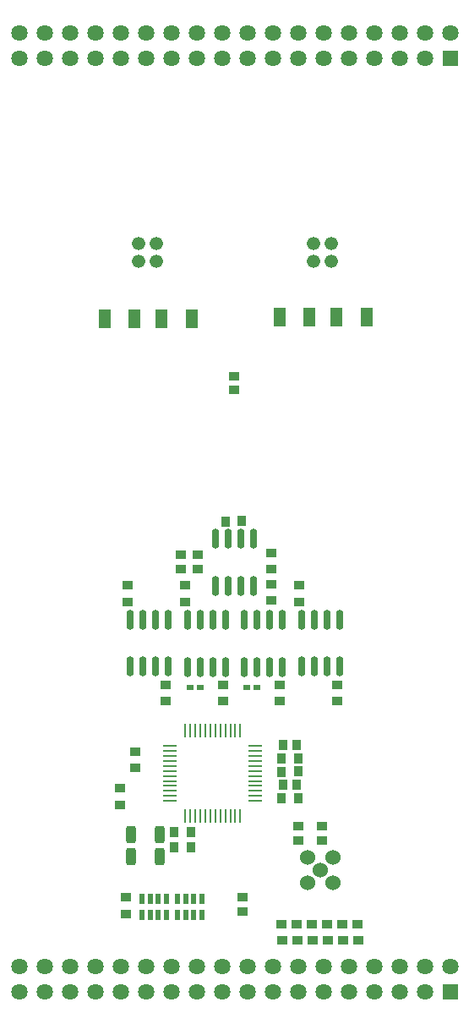
<source format=gts>
G04*
G04 #@! TF.GenerationSoftware,Altium Limited,Altium Designer,22.4.2 (48)*
G04*
G04 Layer_Color=8388736*
%FSLAX25Y25*%
%MOIN*%
G70*
G04*
G04 #@! TF.SameCoordinates,F473D59A-574F-4481-BB9C-DFA0211E3A26*
G04*
G04*
G04 #@! TF.FilePolarity,Negative*
G04*
G01*
G75*
%ADD23R,0.00900X0.05350*%
%ADD24R,0.05350X0.00900*%
%ADD27O,0.02862X0.07980*%
%ADD28R,0.04043X0.03650*%
%ADD29R,0.03650X0.04043*%
G04:AMPARAMS|DCode=30|XSize=69.96mil|YSize=40.43mil|CornerRadius=11.36mil|HoleSize=0mil|Usage=FLASHONLY|Rotation=270.000|XOffset=0mil|YOffset=0mil|HoleType=Round|Shape=RoundedRectangle|*
%AMROUNDEDRECTD30*
21,1,0.06996,0.01772,0,0,270.0*
21,1,0.04724,0.04043,0,0,270.0*
1,1,0.02272,-0.00886,-0.02362*
1,1,0.02272,-0.00886,0.02362*
1,1,0.02272,0.00886,0.02362*
1,1,0.02272,0.00886,-0.02362*
%
%ADD30ROUNDEDRECTD30*%
%ADD31R,0.02272X0.03847*%
%ADD32R,0.02862X0.02468*%
%ADD33R,0.05028X0.07587*%
%ADD34C,0.06406*%
%ADD35R,0.06406X0.06406*%
%ADD36C,0.06012*%
%ADD37C,0.05280*%
D23*
X-78554Y-84244D02*
D03*
X-90368D02*
D03*
X-94306Y-117894D02*
D03*
X-92337D02*
D03*
X-78554D02*
D03*
X-76585D02*
D03*
X-80523D02*
D03*
X-82492D02*
D03*
X-84461D02*
D03*
X-86430D02*
D03*
X-88399D02*
D03*
X-90368D02*
D03*
X-96275D02*
D03*
X-98244D02*
D03*
Y-84244D02*
D03*
X-96275D02*
D03*
X-94306D02*
D03*
X-92337D02*
D03*
X-88399D02*
D03*
X-86430D02*
D03*
X-84461D02*
D03*
X-82492D02*
D03*
X-80523D02*
D03*
X-76585D02*
D03*
D24*
X-104240Y-92209D02*
D03*
Y-96147D02*
D03*
Y-98116D02*
D03*
Y-104023D02*
D03*
Y-105992D02*
D03*
Y-107961D02*
D03*
Y-109930D02*
D03*
X-70590D02*
D03*
Y-107961D02*
D03*
Y-105992D02*
D03*
Y-104023D02*
D03*
Y-102054D02*
D03*
Y-100085D02*
D03*
Y-98116D02*
D03*
Y-96147D02*
D03*
Y-94178D02*
D03*
Y-92209D02*
D03*
Y-90240D02*
D03*
Y-111899D02*
D03*
X-104240D02*
D03*
Y-102054D02*
D03*
Y-100085D02*
D03*
Y-94178D02*
D03*
Y-90240D02*
D03*
D27*
X-82492Y-40622D02*
D03*
X-87492D02*
D03*
X-92492D02*
D03*
X-97492D02*
D03*
X-82492Y-59126D02*
D03*
X-87492D02*
D03*
X-92492D02*
D03*
X-97492D02*
D03*
X-119992Y-58996D02*
D03*
X-114992D02*
D03*
X-109992D02*
D03*
X-104992D02*
D03*
X-119992Y-40492D02*
D03*
X-114992D02*
D03*
X-109992D02*
D03*
X-104992D02*
D03*
X-52492Y-58996D02*
D03*
X-47492D02*
D03*
X-42492D02*
D03*
X-37492D02*
D03*
X-52492Y-40492D02*
D03*
X-47492D02*
D03*
X-42492D02*
D03*
X-37492D02*
D03*
X-74992Y-59126D02*
D03*
X-69992D02*
D03*
X-64992D02*
D03*
X-59992D02*
D03*
X-74992Y-40622D02*
D03*
X-69992D02*
D03*
X-64992D02*
D03*
X-59992D02*
D03*
X-86337Y-27126D02*
D03*
X-81337D02*
D03*
X-76337D02*
D03*
X-71337D02*
D03*
X-86337Y-8622D02*
D03*
X-81337D02*
D03*
X-76337D02*
D03*
X-71337D02*
D03*
D28*
X-30185Y-166933D02*
D03*
X-30224Y-160398D02*
D03*
X-36185Y-166933D02*
D03*
X-36224Y-160398D02*
D03*
X-42185Y-166933D02*
D03*
X-42224Y-160398D02*
D03*
X-48185Y-166933D02*
D03*
X-48224Y-160398D02*
D03*
X-54185Y-166933D02*
D03*
X-54224Y-160398D02*
D03*
X-60185Y-166933D02*
D03*
X-60224Y-160398D02*
D03*
X-118146Y-99012D02*
D03*
X-118185Y-92476D02*
D03*
X-124146Y-113512D02*
D03*
X-124185Y-106976D02*
D03*
X-121646Y-156512D02*
D03*
X-121685Y-149976D02*
D03*
X-105953Y-72551D02*
D03*
X-105992Y-66016D02*
D03*
X-83453Y-72551D02*
D03*
X-83492Y-66016D02*
D03*
X-60953Y-72551D02*
D03*
X-60992Y-66016D02*
D03*
X-38453Y-72551D02*
D03*
X-38492Y-66016D02*
D03*
X-64453Y-20551D02*
D03*
X-64492Y-14016D02*
D03*
X-121031Y-26937D02*
D03*
X-120992Y-33472D02*
D03*
X-98532Y-26937D02*
D03*
X-98492Y-33472D02*
D03*
X-64531Y-26437D02*
D03*
X-64492Y-32972D02*
D03*
X-53531Y-26937D02*
D03*
X-53492Y-33472D02*
D03*
X-75685Y-149949D02*
D03*
Y-155461D02*
D03*
X-53685Y-127461D02*
D03*
Y-121949D02*
D03*
X-44492Y-127500D02*
D03*
Y-121988D02*
D03*
X-79185Y55551D02*
D03*
Y50039D02*
D03*
X-99992Y-20500D02*
D03*
Y-14988D02*
D03*
X-93492Y-20500D02*
D03*
Y-14988D02*
D03*
D29*
X-60299Y-110983D02*
D03*
X-53764Y-110944D02*
D03*
X-96185Y-124205D02*
D03*
X-102720Y-124244D02*
D03*
X-96185Y-130205D02*
D03*
X-102720Y-130244D02*
D03*
X-60299Y-95083D02*
D03*
X-53764Y-95044D02*
D03*
X-60299Y-100383D02*
D03*
X-53764Y-100344D02*
D03*
X-75878Y-1665D02*
D03*
X-82413Y-1705D02*
D03*
X-59787Y-89744D02*
D03*
X-54276D02*
D03*
X-59787Y-105644D02*
D03*
X-54276D02*
D03*
D30*
X-108283Y-125244D02*
D03*
X-119701D02*
D03*
X-108283Y-133744D02*
D03*
X-119701D02*
D03*
D31*
X-115291Y-156744D02*
D03*
Y-150445D02*
D03*
X-112142Y-156744D02*
D03*
X-105842D02*
D03*
X-108992D02*
D03*
Y-150445D02*
D03*
X-105842D02*
D03*
X-112142D02*
D03*
X-101291Y-156744D02*
D03*
X-98142D02*
D03*
X-91843D02*
D03*
X-94992D02*
D03*
Y-150445D02*
D03*
X-91843D02*
D03*
X-98142D02*
D03*
X-101291D02*
D03*
D32*
X-73961Y-67244D02*
D03*
X-70024D02*
D03*
X-96461Y-67244D02*
D03*
X-92524D02*
D03*
D33*
X-49476Y78795D02*
D03*
X-60894D02*
D03*
X-118476Y78295D02*
D03*
X-129894D02*
D03*
X-26779Y78795D02*
D03*
X-38591D02*
D03*
X-95780Y78295D02*
D03*
X-107591D02*
D03*
D34*
X-163760Y190921D02*
D03*
Y180921D02*
D03*
X-153760Y190921D02*
D03*
Y180921D02*
D03*
X-143760Y190921D02*
D03*
Y180921D02*
D03*
X-133760Y190921D02*
D03*
Y180921D02*
D03*
X-123760Y190921D02*
D03*
Y180921D02*
D03*
X-113760Y190921D02*
D03*
Y180921D02*
D03*
X-103760Y190921D02*
D03*
Y180921D02*
D03*
X-93760Y190921D02*
D03*
Y180921D02*
D03*
X-83760Y190921D02*
D03*
Y180921D02*
D03*
X-73760Y190921D02*
D03*
Y180921D02*
D03*
X-63760Y190921D02*
D03*
Y180921D02*
D03*
X-53760Y190921D02*
D03*
Y180921D02*
D03*
X-43760Y190921D02*
D03*
Y180921D02*
D03*
X-33760Y190921D02*
D03*
Y180921D02*
D03*
X-23760Y190921D02*
D03*
Y180921D02*
D03*
X-13760Y190921D02*
D03*
Y180921D02*
D03*
X-3760Y190921D02*
D03*
Y180921D02*
D03*
X6240Y190921D02*
D03*
X-163760Y-177032D02*
D03*
Y-187031D02*
D03*
X-153760Y-177032D02*
D03*
Y-187031D02*
D03*
X-143760Y-177032D02*
D03*
Y-187031D02*
D03*
X-133760Y-177032D02*
D03*
Y-187031D02*
D03*
X-123760Y-177032D02*
D03*
Y-187031D02*
D03*
X-113760Y-177032D02*
D03*
Y-187031D02*
D03*
X-103760Y-177032D02*
D03*
Y-187031D02*
D03*
X-93760Y-177032D02*
D03*
Y-187031D02*
D03*
X-83760Y-177032D02*
D03*
Y-187031D02*
D03*
X-73760Y-177032D02*
D03*
Y-187031D02*
D03*
X-63760Y-177032D02*
D03*
Y-187031D02*
D03*
X-53760Y-177032D02*
D03*
Y-187031D02*
D03*
X-43760Y-177032D02*
D03*
Y-187031D02*
D03*
X-33760Y-177032D02*
D03*
Y-187031D02*
D03*
X-23760Y-177032D02*
D03*
Y-187031D02*
D03*
X-13760Y-177032D02*
D03*
Y-187031D02*
D03*
X-3760Y-177032D02*
D03*
Y-187031D02*
D03*
X6240Y-177032D02*
D03*
D35*
Y180921D02*
D03*
Y-187031D02*
D03*
D36*
X-44992Y-139244D02*
D03*
X-39992Y-144244D02*
D03*
Y-134244D02*
D03*
X-49992D02*
D03*
Y-144244D02*
D03*
D37*
X-116756Y107795D02*
D03*
X-109685D02*
D03*
Y100724D02*
D03*
X-116756D02*
D03*
X-47685Y107795D02*
D03*
X-40614D02*
D03*
Y100724D02*
D03*
X-47685D02*
D03*
M02*

</source>
